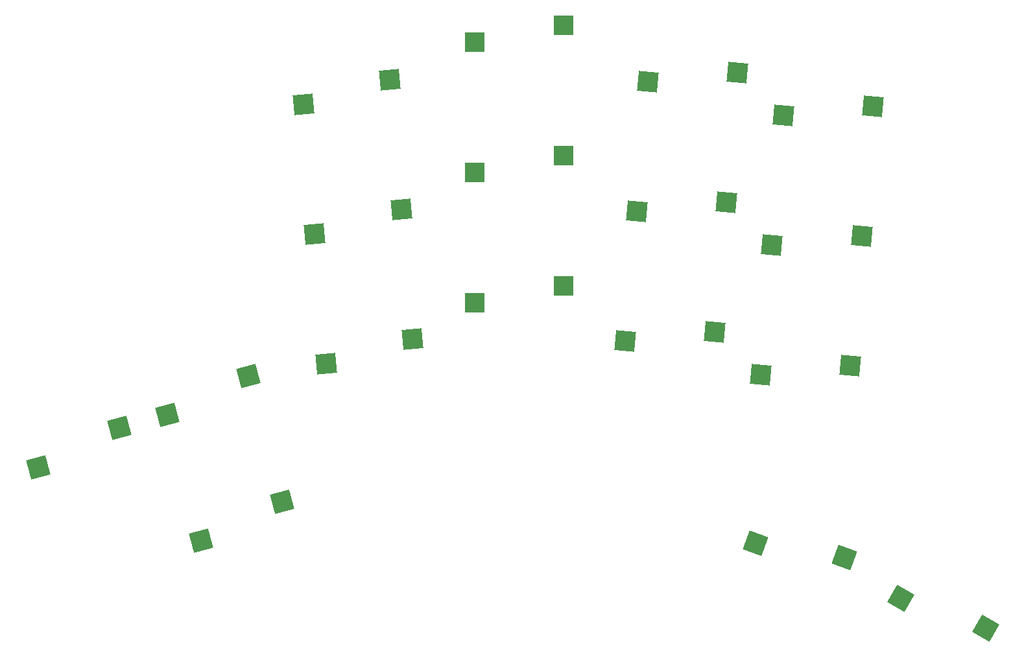
<source format=gbr>
%TF.GenerationSoftware,KiCad,Pcbnew,(6.0.4)*%
%TF.CreationDate,2022-04-14T15:36:21+01:00*%
%TF.ProjectId,axo,61786f2e-6b69-4636-9164-5f7063625858,VERSION_HERE*%
%TF.SameCoordinates,Original*%
%TF.FileFunction,Paste,Top*%
%TF.FilePolarity,Positive*%
%FSLAX46Y46*%
G04 Gerber Fmt 4.6, Leading zero omitted, Abs format (unit mm)*
G04 Created by KiCad (PCBNEW (6.0.4)) date 2022-04-14 15:36:21*
%MOMM*%
%LPD*%
G01*
G04 APERTURE LIST*
G04 Aperture macros list*
%AMRotRect*
0 Rectangle, with rotation*
0 The origin of the aperture is its center*
0 $1 length*
0 $2 width*
0 $3 Rotation angle, in degrees counterclockwise*
0 Add horizontal line*
21,1,$1,$2,0,0,$3*%
G04 Aperture macros list end*
%ADD10RotRect,2.600000X2.600000X15.000000*%
%ADD11RotRect,2.600000X2.600000X355.000000*%
%ADD12R,2.600000X2.600000*%
%ADD13RotRect,2.600000X2.600000X5.000000*%
%ADD14RotRect,2.600000X2.600000X330.000000*%
%ADD15RotRect,2.600000X2.600000X340.000000*%
G04 APERTURE END LIST*
D10*
%TO.C,S3*%
X151662483Y-125867504D03*
X141075441Y-130981901D03*
%TD*%
D11*
%TO.C,S21*%
X214007663Y-103164671D03*
X202309872Y-104349650D03*
%TD*%
D12*
%TO.C,S15*%
X192738249Y-97060493D03*
X181188249Y-99260493D03*
%TD*%
D10*
%TO.C,S1*%
X156062384Y-142288304D03*
X145475342Y-147402701D03*
%TD*%
%TO.C,S5*%
X134813428Y-132659086D03*
X124226386Y-137773483D03*
%TD*%
D13*
%TO.C,S7*%
X173087911Y-121076300D03*
X161773605Y-124274578D03*
%TD*%
%TO.C,S9*%
X171606210Y-104141001D03*
X160291904Y-107339279D03*
%TD*%
D11*
%TO.C,S25*%
X230210563Y-124491271D03*
X218512772Y-125676250D03*
%TD*%
D14*
%TO.C,S33*%
X247901082Y-158804542D03*
X236798489Y-154934798D03*
%TD*%
D12*
%TO.C,S17*%
X192738250Y-80060495D03*
X181188250Y-82260495D03*
%TD*%
D11*
%TO.C,S19*%
X212525962Y-120099971D03*
X200828171Y-121284950D03*
%TD*%
D15*
%TO.C,S31*%
X229450162Y-149570840D03*
X217844268Y-147687831D03*
%TD*%
D13*
%TO.C,S11*%
X170124610Y-87205699D03*
X158810304Y-90403977D03*
%TD*%
D11*
%TO.C,S23*%
X215489264Y-86229271D03*
X203791473Y-87414250D03*
%TD*%
%TO.C,S27*%
X231692163Y-107555971D03*
X219994372Y-108740950D03*
%TD*%
%TO.C,S29*%
X233173864Y-90620671D03*
X221476073Y-91805650D03*
%TD*%
D12*
%TO.C,S13*%
X192738250Y-114060493D03*
X181188250Y-116260493D03*
%TD*%
M02*

</source>
